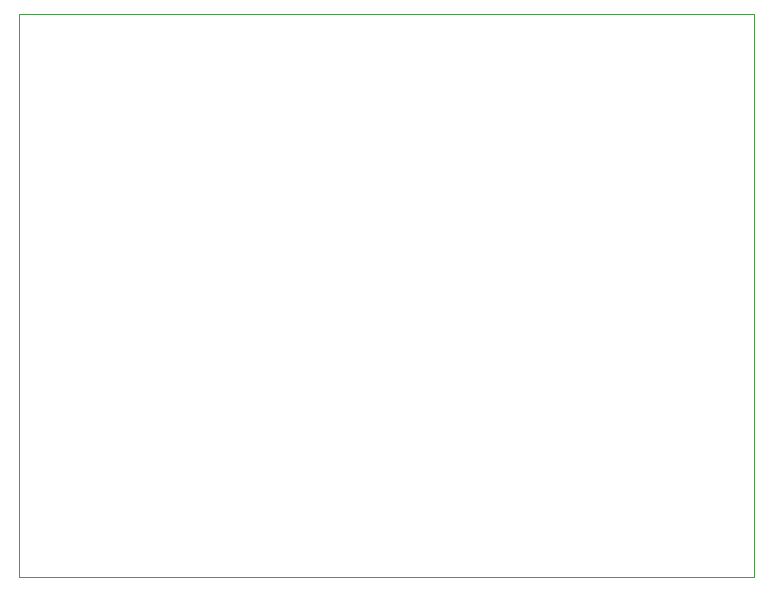
<source format=gbr>
%TF.GenerationSoftware,KiCad,Pcbnew,4.0.2+dfsg1-stable*%
%TF.CreationDate,2018-09-12T10:39:59+08:00*%
%TF.ProjectId,rfid board v2,7266696420626F6172642076322E6B69,rev?*%
%TF.FileFunction,Paste,Top*%
%FSLAX46Y46*%
G04 Gerber Fmt 4.6, Leading zero omitted, Abs format (unit mm)*
G04 Created by KiCad (PCBNEW 4.0.2+dfsg1-stable) date Wednesday, 12 September, 2018 10:39:59 AM +08*
%MOMM*%
G01*
G04 APERTURE LIST*
%ADD10C,0.100000*%
%ADD11C,0.025400*%
G04 APERTURE END LIST*
D10*
D11*
X22860000Y-62865000D02*
X22860000Y-15240000D01*
X85090000Y-62865000D02*
X85090000Y-15240000D01*
X22860000Y-15240000D02*
X85090000Y-15240000D01*
X85090000Y-62865000D02*
X22860000Y-62865000D01*
M02*

</source>
